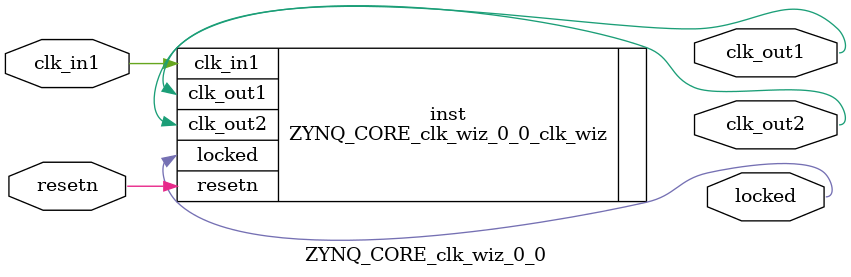
<source format=v>


`timescale 1ps/1ps

(* CORE_GENERATION_INFO = "ZYNQ_CORE_clk_wiz_0_0,clk_wiz_v6_0_12_0_0,{component_name=ZYNQ_CORE_clk_wiz_0_0,use_phase_alignment=true,use_min_o_jitter=false,use_max_i_jitter=false,use_dyn_phase_shift=false,use_inclk_switchover=false,use_dyn_reconfig=false,enable_axi=0,feedback_source=FDBK_AUTO,PRIMITIVE=MMCM,num_out_clk=2,clkin1_period=20.000,clkin2_period=10.0,use_power_down=false,use_reset=true,use_locked=true,use_inclk_stopped=false,feedback_type=SINGLE,CLOCK_MGR_TYPE=NA,manual_override=false}" *)

module ZYNQ_CORE_clk_wiz_0_0 
 (
  // Clock out ports
  output        clk_out1,
  output        clk_out2,
  // Status and control signals
  input         resetn,
  output        locked,
 // Clock in ports
  input         clk_in1
 );

  ZYNQ_CORE_clk_wiz_0_0_clk_wiz inst
  (
  // Clock out ports  
  .clk_out1(clk_out1),
  .clk_out2(clk_out2),
  // Status and control signals               
  .resetn(resetn), 
  .locked(locked),
 // Clock in ports
  .clk_in1(clk_in1)
  );

endmodule

</source>
